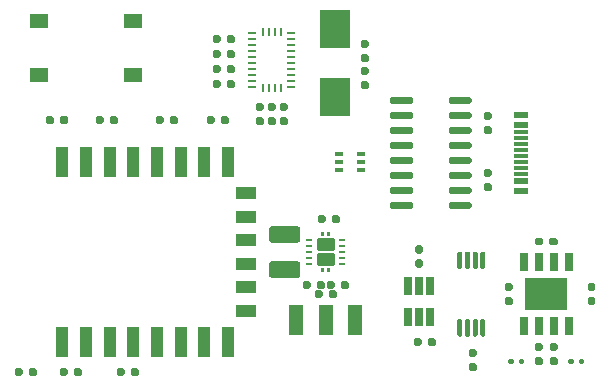
<source format=gtp>
%TF.GenerationSoftware,KiCad,Pcbnew,(5.1.10)-1*%
%TF.CreationDate,2021-12-12T00:52:53+01:00*%
%TF.ProjectId,tracker,74726163-6b65-4722-9e6b-696361645f70,rev?*%
%TF.SameCoordinates,Original*%
%TF.FileFunction,Paste,Top*%
%TF.FilePolarity,Positive*%
%FSLAX46Y46*%
G04 Gerber Fmt 4.6, Leading zero omitted, Abs format (unit mm)*
G04 Created by KiCad (PCBNEW (5.1.10)-1) date 2021-12-12 00:52:53*
%MOMM*%
%LPD*%
G01*
G04 APERTURE LIST*
%ADD10R,1.160000X0.300000*%
%ADD11R,1.160000X0.600000*%
%ADD12R,0.650000X0.400000*%
%ADD13R,1.550000X1.300000*%
%ADD14R,1.250000X2.500000*%
%ADD15R,0.254000X0.675000*%
%ADD16R,0.675000X0.254000*%
%ADD17R,0.650000X1.560000*%
%ADD18R,1.000000X2.500000*%
%ADD19R,1.800000X1.000000*%
%ADD20R,0.600000X0.240000*%
%ADD21R,2.500000X3.325000*%
%ADD22R,0.650000X1.500000*%
%ADD23R,3.600000X2.700000*%
G04 APERTURE END LIST*
%TO.C,R20*%
G36*
G01*
X146064000Y-79088000D02*
X146064000Y-79408000D01*
G75*
G02*
X145904000Y-79568000I-160000J0D01*
G01*
X145509000Y-79568000D01*
G75*
G02*
X145349000Y-79408000I0J160000D01*
G01*
X145349000Y-79088000D01*
G75*
G02*
X145509000Y-78928000I160000J0D01*
G01*
X145904000Y-78928000D01*
G75*
G02*
X146064000Y-79088000I0J-160000D01*
G01*
G37*
G36*
G01*
X147259000Y-79088000D02*
X147259000Y-79408000D01*
G75*
G02*
X147099000Y-79568000I-160000J0D01*
G01*
X146704000Y-79568000D01*
G75*
G02*
X146544000Y-79408000I0J160000D01*
G01*
X146544000Y-79088000D01*
G75*
G02*
X146704000Y-78928000I160000J0D01*
G01*
X147099000Y-78928000D01*
G75*
G02*
X147259000Y-79088000I0J-160000D01*
G01*
G37*
%TD*%
%TO.C,R19*%
G36*
G01*
X151624000Y-79408000D02*
X151624000Y-79088000D01*
G75*
G02*
X151784000Y-78928000I160000J0D01*
G01*
X152179000Y-78928000D01*
G75*
G02*
X152339000Y-79088000I0J-160000D01*
G01*
X152339000Y-79408000D01*
G75*
G02*
X152179000Y-79568000I-160000J0D01*
G01*
X151784000Y-79568000D01*
G75*
G02*
X151624000Y-79408000I0J160000D01*
G01*
G37*
G36*
G01*
X150429000Y-79408000D02*
X150429000Y-79088000D01*
G75*
G02*
X150589000Y-78928000I160000J0D01*
G01*
X150984000Y-78928000D01*
G75*
G02*
X151144000Y-79088000I0J-160000D01*
G01*
X151144000Y-79408000D01*
G75*
G02*
X150984000Y-79568000I-160000J0D01*
G01*
X150589000Y-79568000D01*
G75*
G02*
X150429000Y-79408000I0J160000D01*
G01*
G37*
%TD*%
%TO.C,R18*%
G36*
G01*
X141846500Y-79088000D02*
X141846500Y-79408000D01*
G75*
G02*
X141686500Y-79568000I-160000J0D01*
G01*
X141291500Y-79568000D01*
G75*
G02*
X141131500Y-79408000I0J160000D01*
G01*
X141131500Y-79088000D01*
G75*
G02*
X141291500Y-78928000I160000J0D01*
G01*
X141686500Y-78928000D01*
G75*
G02*
X141846500Y-79088000I0J-160000D01*
G01*
G37*
G36*
G01*
X143041500Y-79088000D02*
X143041500Y-79408000D01*
G75*
G02*
X142881500Y-79568000I-160000J0D01*
G01*
X142486500Y-79568000D01*
G75*
G02*
X142326500Y-79408000I0J160000D01*
G01*
X142326500Y-79088000D01*
G75*
G02*
X142486500Y-78928000I160000J0D01*
G01*
X142881500Y-78928000D01*
G75*
G02*
X143041500Y-79088000I0J-160000D01*
G01*
G37*
%TD*%
%TO.C,R17*%
G36*
G01*
X155942000Y-79408000D02*
X155942000Y-79088000D01*
G75*
G02*
X156102000Y-78928000I160000J0D01*
G01*
X156497000Y-78928000D01*
G75*
G02*
X156657000Y-79088000I0J-160000D01*
G01*
X156657000Y-79408000D01*
G75*
G02*
X156497000Y-79568000I-160000J0D01*
G01*
X156102000Y-79568000D01*
G75*
G02*
X155942000Y-79408000I0J160000D01*
G01*
G37*
G36*
G01*
X154747000Y-79408000D02*
X154747000Y-79088000D01*
G75*
G02*
X154907000Y-78928000I160000J0D01*
G01*
X155302000Y-78928000D01*
G75*
G02*
X155462000Y-79088000I0J-160000D01*
G01*
X155462000Y-79408000D01*
G75*
G02*
X155302000Y-79568000I-160000J0D01*
G01*
X154907000Y-79568000D01*
G75*
G02*
X154747000Y-79408000I0J160000D01*
G01*
G37*
%TD*%
%TO.C,R16*%
G36*
G01*
X164606000Y-93820000D02*
X164606000Y-94140000D01*
G75*
G02*
X164446000Y-94300000I-160000J0D01*
G01*
X164051000Y-94300000D01*
G75*
G02*
X163891000Y-94140000I0J160000D01*
G01*
X163891000Y-93820000D01*
G75*
G02*
X164051000Y-93660000I160000J0D01*
G01*
X164446000Y-93660000D01*
G75*
G02*
X164606000Y-93820000I0J-160000D01*
G01*
G37*
G36*
G01*
X165801000Y-93820000D02*
X165801000Y-94140000D01*
G75*
G02*
X165641000Y-94300000I-160000J0D01*
G01*
X165246000Y-94300000D01*
G75*
G02*
X165086000Y-94140000I0J160000D01*
G01*
X165086000Y-93820000D01*
G75*
G02*
X165246000Y-93660000I160000J0D01*
G01*
X165641000Y-93660000D01*
G75*
G02*
X165801000Y-93820000I0J-160000D01*
G01*
G37*
%TD*%
%TO.C,R15*%
G36*
G01*
X148322000Y-100744000D02*
X148322000Y-100424000D01*
G75*
G02*
X148482000Y-100264000I160000J0D01*
G01*
X148877000Y-100264000D01*
G75*
G02*
X149037000Y-100424000I0J-160000D01*
G01*
X149037000Y-100744000D01*
G75*
G02*
X148877000Y-100904000I-160000J0D01*
G01*
X148482000Y-100904000D01*
G75*
G02*
X148322000Y-100744000I0J160000D01*
G01*
G37*
G36*
G01*
X147127000Y-100744000D02*
X147127000Y-100424000D01*
G75*
G02*
X147287000Y-100264000I160000J0D01*
G01*
X147682000Y-100264000D01*
G75*
G02*
X147842000Y-100424000I0J-160000D01*
G01*
X147842000Y-100744000D01*
G75*
G02*
X147682000Y-100904000I-160000J0D01*
G01*
X147287000Y-100904000D01*
G75*
G02*
X147127000Y-100744000I0J160000D01*
G01*
G37*
%TD*%
%TO.C,R14*%
G36*
G01*
X143016000Y-100424000D02*
X143016000Y-100744000D01*
G75*
G02*
X142856000Y-100904000I-160000J0D01*
G01*
X142461000Y-100904000D01*
G75*
G02*
X142301000Y-100744000I0J160000D01*
G01*
X142301000Y-100424000D01*
G75*
G02*
X142461000Y-100264000I160000J0D01*
G01*
X142856000Y-100264000D01*
G75*
G02*
X143016000Y-100424000I0J-160000D01*
G01*
G37*
G36*
G01*
X144211000Y-100424000D02*
X144211000Y-100744000D01*
G75*
G02*
X144051000Y-100904000I-160000J0D01*
G01*
X143656000Y-100904000D01*
G75*
G02*
X143496000Y-100744000I0J160000D01*
G01*
X143496000Y-100424000D01*
G75*
G02*
X143656000Y-100264000I160000J0D01*
G01*
X144051000Y-100264000D01*
G75*
G02*
X144211000Y-100424000I0J-160000D01*
G01*
G37*
%TD*%
%TO.C,R13*%
G36*
G01*
X177452000Y-99328000D02*
X177132000Y-99328000D01*
G75*
G02*
X176972000Y-99168000I0J160000D01*
G01*
X176972000Y-98773000D01*
G75*
G02*
X177132000Y-98613000I160000J0D01*
G01*
X177452000Y-98613000D01*
G75*
G02*
X177612000Y-98773000I0J-160000D01*
G01*
X177612000Y-99168000D01*
G75*
G02*
X177452000Y-99328000I-160000J0D01*
G01*
G37*
G36*
G01*
X177452000Y-100523000D02*
X177132000Y-100523000D01*
G75*
G02*
X176972000Y-100363000I0J160000D01*
G01*
X176972000Y-99968000D01*
G75*
G02*
X177132000Y-99808000I160000J0D01*
G01*
X177452000Y-99808000D01*
G75*
G02*
X177612000Y-99968000I0J-160000D01*
G01*
X177612000Y-100363000D01*
G75*
G02*
X177452000Y-100523000I-160000J0D01*
G01*
G37*
%TD*%
%TO.C,R12*%
G36*
G01*
X172560000Y-91045000D02*
X172880000Y-91045000D01*
G75*
G02*
X173040000Y-91205000I0J-160000D01*
G01*
X173040000Y-91600000D01*
G75*
G02*
X172880000Y-91760000I-160000J0D01*
G01*
X172560000Y-91760000D01*
G75*
G02*
X172400000Y-91600000I0J160000D01*
G01*
X172400000Y-91205000D01*
G75*
G02*
X172560000Y-91045000I160000J0D01*
G01*
G37*
G36*
G01*
X172560000Y-89850000D02*
X172880000Y-89850000D01*
G75*
G02*
X173040000Y-90010000I0J-160000D01*
G01*
X173040000Y-90405000D01*
G75*
G02*
X172880000Y-90565000I-160000J0D01*
G01*
X172560000Y-90565000D01*
G75*
G02*
X172400000Y-90405000I0J160000D01*
G01*
X172400000Y-90010000D01*
G75*
G02*
X172560000Y-89850000I160000J0D01*
G01*
G37*
%TD*%
%TO.C,R11*%
G36*
G01*
X156450000Y-72550000D02*
X156450000Y-72230000D01*
G75*
G02*
X156610000Y-72070000I160000J0D01*
G01*
X157005000Y-72070000D01*
G75*
G02*
X157165000Y-72230000I0J-160000D01*
G01*
X157165000Y-72550000D01*
G75*
G02*
X157005000Y-72710000I-160000J0D01*
G01*
X156610000Y-72710000D01*
G75*
G02*
X156450000Y-72550000I0J160000D01*
G01*
G37*
G36*
G01*
X155255000Y-72550000D02*
X155255000Y-72230000D01*
G75*
G02*
X155415000Y-72070000I160000J0D01*
G01*
X155810000Y-72070000D01*
G75*
G02*
X155970000Y-72230000I0J-160000D01*
G01*
X155970000Y-72550000D01*
G75*
G02*
X155810000Y-72710000I-160000J0D01*
G01*
X155415000Y-72710000D01*
G75*
G02*
X155255000Y-72550000I0J160000D01*
G01*
G37*
%TD*%
%TO.C,R10*%
G36*
G01*
X156450000Y-73820000D02*
X156450000Y-73500000D01*
G75*
G02*
X156610000Y-73340000I160000J0D01*
G01*
X157005000Y-73340000D01*
G75*
G02*
X157165000Y-73500000I0J-160000D01*
G01*
X157165000Y-73820000D01*
G75*
G02*
X157005000Y-73980000I-160000J0D01*
G01*
X156610000Y-73980000D01*
G75*
G02*
X156450000Y-73820000I0J160000D01*
G01*
G37*
G36*
G01*
X155255000Y-73820000D02*
X155255000Y-73500000D01*
G75*
G02*
X155415000Y-73340000I160000J0D01*
G01*
X155810000Y-73340000D01*
G75*
G02*
X155970000Y-73500000I0J-160000D01*
G01*
X155970000Y-73820000D01*
G75*
G02*
X155810000Y-73980000I-160000J0D01*
G01*
X155415000Y-73980000D01*
G75*
G02*
X155255000Y-73820000I0J160000D01*
G01*
G37*
%TD*%
%TO.C,R9*%
G36*
G01*
X183755000Y-89695000D02*
X183755000Y-89375000D01*
G75*
G02*
X183915000Y-89215000I160000J0D01*
G01*
X184310000Y-89215000D01*
G75*
G02*
X184470000Y-89375000I0J-160000D01*
G01*
X184470000Y-89695000D01*
G75*
G02*
X184310000Y-89855000I-160000J0D01*
G01*
X183915000Y-89855000D01*
G75*
G02*
X183755000Y-89695000I0J160000D01*
G01*
G37*
G36*
G01*
X182560000Y-89695000D02*
X182560000Y-89375000D01*
G75*
G02*
X182720000Y-89215000I160000J0D01*
G01*
X183115000Y-89215000D01*
G75*
G02*
X183275000Y-89375000I0J-160000D01*
G01*
X183275000Y-89695000D01*
G75*
G02*
X183115000Y-89855000I-160000J0D01*
G01*
X182720000Y-89855000D01*
G75*
G02*
X182560000Y-89695000I0J160000D01*
G01*
G37*
%TD*%
%TO.C,R8*%
G36*
G01*
X178402000Y-79742000D02*
X178722000Y-79742000D01*
G75*
G02*
X178882000Y-79902000I0J-160000D01*
G01*
X178882000Y-80297000D01*
G75*
G02*
X178722000Y-80457000I-160000J0D01*
G01*
X178402000Y-80457000D01*
G75*
G02*
X178242000Y-80297000I0J160000D01*
G01*
X178242000Y-79902000D01*
G75*
G02*
X178402000Y-79742000I160000J0D01*
G01*
G37*
G36*
G01*
X178402000Y-78547000D02*
X178722000Y-78547000D01*
G75*
G02*
X178882000Y-78707000I0J-160000D01*
G01*
X178882000Y-79102000D01*
G75*
G02*
X178722000Y-79262000I-160000J0D01*
G01*
X178402000Y-79262000D01*
G75*
G02*
X178242000Y-79102000I0J160000D01*
G01*
X178242000Y-78707000D01*
G75*
G02*
X178402000Y-78547000I160000J0D01*
G01*
G37*
%TD*%
%TO.C,R7*%
G36*
G01*
X178722000Y-84088000D02*
X178402000Y-84088000D01*
G75*
G02*
X178242000Y-83928000I0J160000D01*
G01*
X178242000Y-83533000D01*
G75*
G02*
X178402000Y-83373000I160000J0D01*
G01*
X178722000Y-83373000D01*
G75*
G02*
X178882000Y-83533000I0J-160000D01*
G01*
X178882000Y-83928000D01*
G75*
G02*
X178722000Y-84088000I-160000J0D01*
G01*
G37*
G36*
G01*
X178722000Y-85283000D02*
X178402000Y-85283000D01*
G75*
G02*
X178242000Y-85123000I0J160000D01*
G01*
X178242000Y-84728000D01*
G75*
G02*
X178402000Y-84568000I160000J0D01*
G01*
X178722000Y-84568000D01*
G75*
G02*
X178882000Y-84728000I0J-160000D01*
G01*
X178882000Y-85123000D01*
G75*
G02*
X178722000Y-85283000I-160000J0D01*
G01*
G37*
%TD*%
%TO.C,R6*%
G36*
G01*
X159098000Y-78980000D02*
X159418000Y-78980000D01*
G75*
G02*
X159578000Y-79140000I0J-160000D01*
G01*
X159578000Y-79535000D01*
G75*
G02*
X159418000Y-79695000I-160000J0D01*
G01*
X159098000Y-79695000D01*
G75*
G02*
X158938000Y-79535000I0J160000D01*
G01*
X158938000Y-79140000D01*
G75*
G02*
X159098000Y-78980000I160000J0D01*
G01*
G37*
G36*
G01*
X159098000Y-77785000D02*
X159418000Y-77785000D01*
G75*
G02*
X159578000Y-77945000I0J-160000D01*
G01*
X159578000Y-78340000D01*
G75*
G02*
X159418000Y-78500000I-160000J0D01*
G01*
X159098000Y-78500000D01*
G75*
G02*
X158938000Y-78340000I0J160000D01*
G01*
X158938000Y-77945000D01*
G75*
G02*
X159098000Y-77785000I160000J0D01*
G01*
G37*
%TD*%
%TO.C,R5*%
G36*
G01*
X155970000Y-76040000D02*
X155970000Y-76360000D01*
G75*
G02*
X155810000Y-76520000I-160000J0D01*
G01*
X155415000Y-76520000D01*
G75*
G02*
X155255000Y-76360000I0J160000D01*
G01*
X155255000Y-76040000D01*
G75*
G02*
X155415000Y-75880000I160000J0D01*
G01*
X155810000Y-75880000D01*
G75*
G02*
X155970000Y-76040000I0J-160000D01*
G01*
G37*
G36*
G01*
X157165000Y-76040000D02*
X157165000Y-76360000D01*
G75*
G02*
X157005000Y-76520000I-160000J0D01*
G01*
X156610000Y-76520000D01*
G75*
G02*
X156450000Y-76360000I0J160000D01*
G01*
X156450000Y-76040000D01*
G75*
G02*
X156610000Y-75880000I160000J0D01*
G01*
X157005000Y-75880000D01*
G75*
G02*
X157165000Y-76040000I0J-160000D01*
G01*
G37*
%TD*%
%TO.C,R4*%
G36*
G01*
X182720000Y-99300000D02*
X183040000Y-99300000D01*
G75*
G02*
X183200000Y-99460000I0J-160000D01*
G01*
X183200000Y-99855000D01*
G75*
G02*
X183040000Y-100015000I-160000J0D01*
G01*
X182720000Y-100015000D01*
G75*
G02*
X182560000Y-99855000I0J160000D01*
G01*
X182560000Y-99460000D01*
G75*
G02*
X182720000Y-99300000I160000J0D01*
G01*
G37*
G36*
G01*
X182720000Y-98105000D02*
X183040000Y-98105000D01*
G75*
G02*
X183200000Y-98265000I0J-160000D01*
G01*
X183200000Y-98660000D01*
G75*
G02*
X183040000Y-98820000I-160000J0D01*
G01*
X182720000Y-98820000D01*
G75*
G02*
X182560000Y-98660000I0J160000D01*
G01*
X182560000Y-98265000D01*
G75*
G02*
X182720000Y-98105000I160000J0D01*
G01*
G37*
%TD*%
%TO.C,R3*%
G36*
G01*
X183990000Y-99300000D02*
X184310000Y-99300000D01*
G75*
G02*
X184470000Y-99460000I0J-160000D01*
G01*
X184470000Y-99855000D01*
G75*
G02*
X184310000Y-100015000I-160000J0D01*
G01*
X183990000Y-100015000D01*
G75*
G02*
X183830000Y-99855000I0J160000D01*
G01*
X183830000Y-99460000D01*
G75*
G02*
X183990000Y-99300000I160000J0D01*
G01*
G37*
G36*
G01*
X183990000Y-98105000D02*
X184310000Y-98105000D01*
G75*
G02*
X184470000Y-98265000I0J-160000D01*
G01*
X184470000Y-98660000D01*
G75*
G02*
X184310000Y-98820000I-160000J0D01*
G01*
X183990000Y-98820000D01*
G75*
G02*
X183830000Y-98660000I0J160000D01*
G01*
X183830000Y-98265000D01*
G75*
G02*
X183990000Y-98105000I160000J0D01*
G01*
G37*
%TD*%
%TO.C,R2*%
G36*
G01*
X161450000Y-78500000D02*
X161130000Y-78500000D01*
G75*
G02*
X160970000Y-78340000I0J160000D01*
G01*
X160970000Y-77945000D01*
G75*
G02*
X161130000Y-77785000I160000J0D01*
G01*
X161450000Y-77785000D01*
G75*
G02*
X161610000Y-77945000I0J-160000D01*
G01*
X161610000Y-78340000D01*
G75*
G02*
X161450000Y-78500000I-160000J0D01*
G01*
G37*
G36*
G01*
X161450000Y-79695000D02*
X161130000Y-79695000D01*
G75*
G02*
X160970000Y-79535000I0J160000D01*
G01*
X160970000Y-79140000D01*
G75*
G02*
X161130000Y-78980000I160000J0D01*
G01*
X161450000Y-78980000D01*
G75*
G02*
X161610000Y-79140000I0J-160000D01*
G01*
X161610000Y-79535000D01*
G75*
G02*
X161450000Y-79695000I-160000J0D01*
G01*
G37*
%TD*%
%TO.C,R1*%
G36*
G01*
X160434000Y-78500000D02*
X160114000Y-78500000D01*
G75*
G02*
X159954000Y-78340000I0J160000D01*
G01*
X159954000Y-77945000D01*
G75*
G02*
X160114000Y-77785000I160000J0D01*
G01*
X160434000Y-77785000D01*
G75*
G02*
X160594000Y-77945000I0J-160000D01*
G01*
X160594000Y-78340000D01*
G75*
G02*
X160434000Y-78500000I-160000J0D01*
G01*
G37*
G36*
G01*
X160434000Y-79695000D02*
X160114000Y-79695000D01*
G75*
G02*
X159954000Y-79535000I0J160000D01*
G01*
X159954000Y-79140000D01*
G75*
G02*
X160114000Y-78980000I160000J0D01*
G01*
X160434000Y-78980000D01*
G75*
G02*
X160594000Y-79140000I0J-160000D01*
G01*
X160594000Y-79535000D01*
G75*
G02*
X160434000Y-79695000I-160000J0D01*
G01*
G37*
%TD*%
%TO.C,C10*%
G36*
G01*
X164860000Y-87470000D02*
X164860000Y-87790000D01*
G75*
G02*
X164700000Y-87950000I-160000J0D01*
G01*
X164305000Y-87950000D01*
G75*
G02*
X164145000Y-87790000I0J160000D01*
G01*
X164145000Y-87470000D01*
G75*
G02*
X164305000Y-87310000I160000J0D01*
G01*
X164700000Y-87310000D01*
G75*
G02*
X164860000Y-87470000I0J-160000D01*
G01*
G37*
G36*
G01*
X166055000Y-87470000D02*
X166055000Y-87790000D01*
G75*
G02*
X165895000Y-87950000I-160000J0D01*
G01*
X165500000Y-87950000D01*
G75*
G02*
X165340000Y-87790000I0J160000D01*
G01*
X165340000Y-87470000D01*
G75*
G02*
X165500000Y-87310000I160000J0D01*
G01*
X165895000Y-87310000D01*
G75*
G02*
X166055000Y-87470000I0J-160000D01*
G01*
G37*
%TD*%
%TO.C,C9*%
G36*
G01*
X166102000Y-93378000D02*
X166102000Y-93058000D01*
G75*
G02*
X166262000Y-92898000I160000J0D01*
G01*
X166657000Y-92898000D01*
G75*
G02*
X166817000Y-93058000I0J-160000D01*
G01*
X166817000Y-93378000D01*
G75*
G02*
X166657000Y-93538000I-160000J0D01*
G01*
X166262000Y-93538000D01*
G75*
G02*
X166102000Y-93378000I0J160000D01*
G01*
G37*
G36*
G01*
X164907000Y-93378000D02*
X164907000Y-93058000D01*
G75*
G02*
X165067000Y-92898000I160000J0D01*
G01*
X165462000Y-92898000D01*
G75*
G02*
X165622000Y-93058000I0J-160000D01*
G01*
X165622000Y-93378000D01*
G75*
G02*
X165462000Y-93538000I-160000J0D01*
G01*
X165067000Y-93538000D01*
G75*
G02*
X164907000Y-93378000I0J160000D01*
G01*
G37*
%TD*%
%TO.C,C8*%
G36*
G01*
X163590000Y-93058000D02*
X163590000Y-93378000D01*
G75*
G02*
X163430000Y-93538000I-160000J0D01*
G01*
X163035000Y-93538000D01*
G75*
G02*
X162875000Y-93378000I0J160000D01*
G01*
X162875000Y-93058000D01*
G75*
G02*
X163035000Y-92898000I160000J0D01*
G01*
X163430000Y-92898000D01*
G75*
G02*
X163590000Y-93058000I0J-160000D01*
G01*
G37*
G36*
G01*
X164785000Y-93058000D02*
X164785000Y-93378000D01*
G75*
G02*
X164625000Y-93538000I-160000J0D01*
G01*
X164230000Y-93538000D01*
G75*
G02*
X164070000Y-93378000I0J160000D01*
G01*
X164070000Y-93058000D01*
G75*
G02*
X164230000Y-92898000I160000J0D01*
G01*
X164625000Y-92898000D01*
G75*
G02*
X164785000Y-93058000I0J-160000D01*
G01*
G37*
%TD*%
%TO.C,C7*%
G36*
G01*
X139206000Y-100424000D02*
X139206000Y-100744000D01*
G75*
G02*
X139046000Y-100904000I-160000J0D01*
G01*
X138651000Y-100904000D01*
G75*
G02*
X138491000Y-100744000I0J160000D01*
G01*
X138491000Y-100424000D01*
G75*
G02*
X138651000Y-100264000I160000J0D01*
G01*
X139046000Y-100264000D01*
G75*
G02*
X139206000Y-100424000I0J-160000D01*
G01*
G37*
G36*
G01*
X140401000Y-100424000D02*
X140401000Y-100744000D01*
G75*
G02*
X140241000Y-100904000I-160000J0D01*
G01*
X139846000Y-100904000D01*
G75*
G02*
X139686000Y-100744000I0J160000D01*
G01*
X139686000Y-100424000D01*
G75*
G02*
X139846000Y-100264000I160000J0D01*
G01*
X140241000Y-100264000D01*
G75*
G02*
X140401000Y-100424000I0J-160000D01*
G01*
G37*
%TD*%
%TO.C,C6*%
G36*
G01*
X173468000Y-98204000D02*
X173468000Y-97884000D01*
G75*
G02*
X173628000Y-97724000I160000J0D01*
G01*
X174023000Y-97724000D01*
G75*
G02*
X174183000Y-97884000I0J-160000D01*
G01*
X174183000Y-98204000D01*
G75*
G02*
X174023000Y-98364000I-160000J0D01*
G01*
X173628000Y-98364000D01*
G75*
G02*
X173468000Y-98204000I0J160000D01*
G01*
G37*
G36*
G01*
X172273000Y-98204000D02*
X172273000Y-97884000D01*
G75*
G02*
X172433000Y-97724000I160000J0D01*
G01*
X172828000Y-97724000D01*
G75*
G02*
X172988000Y-97884000I0J-160000D01*
G01*
X172988000Y-98204000D01*
G75*
G02*
X172828000Y-98364000I-160000J0D01*
G01*
X172433000Y-98364000D01*
G75*
G02*
X172273000Y-98204000I0J160000D01*
G01*
G37*
%TD*%
%TO.C,C5*%
G36*
G01*
X168308000Y-73166000D02*
X167988000Y-73166000D01*
G75*
G02*
X167828000Y-73006000I0J160000D01*
G01*
X167828000Y-72611000D01*
G75*
G02*
X167988000Y-72451000I160000J0D01*
G01*
X168308000Y-72451000D01*
G75*
G02*
X168468000Y-72611000I0J-160000D01*
G01*
X168468000Y-73006000D01*
G75*
G02*
X168308000Y-73166000I-160000J0D01*
G01*
G37*
G36*
G01*
X168308000Y-74361000D02*
X167988000Y-74361000D01*
G75*
G02*
X167828000Y-74201000I0J160000D01*
G01*
X167828000Y-73806000D01*
G75*
G02*
X167988000Y-73646000I160000J0D01*
G01*
X168308000Y-73646000D01*
G75*
G02*
X168468000Y-73806000I0J-160000D01*
G01*
X168468000Y-74201000D01*
G75*
G02*
X168308000Y-74361000I-160000J0D01*
G01*
G37*
%TD*%
%TO.C,C4*%
G36*
G01*
X167988000Y-75932000D02*
X168308000Y-75932000D01*
G75*
G02*
X168468000Y-76092000I0J-160000D01*
G01*
X168468000Y-76487000D01*
G75*
G02*
X168308000Y-76647000I-160000J0D01*
G01*
X167988000Y-76647000D01*
G75*
G02*
X167828000Y-76487000I0J160000D01*
G01*
X167828000Y-76092000D01*
G75*
G02*
X167988000Y-75932000I160000J0D01*
G01*
G37*
G36*
G01*
X167988000Y-74737000D02*
X168308000Y-74737000D01*
G75*
G02*
X168468000Y-74897000I0J-160000D01*
G01*
X168468000Y-75292000D01*
G75*
G02*
X168308000Y-75452000I-160000J0D01*
G01*
X167988000Y-75452000D01*
G75*
G02*
X167828000Y-75292000I0J160000D01*
G01*
X167828000Y-74897000D01*
G75*
G02*
X167988000Y-74737000I160000J0D01*
G01*
G37*
%TD*%
%TO.C,C3*%
G36*
G01*
X180500000Y-93740000D02*
X180180000Y-93740000D01*
G75*
G02*
X180020000Y-93580000I0J160000D01*
G01*
X180020000Y-93185000D01*
G75*
G02*
X180180000Y-93025000I160000J0D01*
G01*
X180500000Y-93025000D01*
G75*
G02*
X180660000Y-93185000I0J-160000D01*
G01*
X180660000Y-93580000D01*
G75*
G02*
X180500000Y-93740000I-160000J0D01*
G01*
G37*
G36*
G01*
X180500000Y-94935000D02*
X180180000Y-94935000D01*
G75*
G02*
X180020000Y-94775000I0J160000D01*
G01*
X180020000Y-94380000D01*
G75*
G02*
X180180000Y-94220000I160000J0D01*
G01*
X180500000Y-94220000D01*
G75*
G02*
X180660000Y-94380000I0J-160000D01*
G01*
X180660000Y-94775000D01*
G75*
G02*
X180500000Y-94935000I-160000J0D01*
G01*
G37*
%TD*%
%TO.C,C2*%
G36*
G01*
X156450000Y-75090000D02*
X156450000Y-74770000D01*
G75*
G02*
X156610000Y-74610000I160000J0D01*
G01*
X157005000Y-74610000D01*
G75*
G02*
X157165000Y-74770000I0J-160000D01*
G01*
X157165000Y-75090000D01*
G75*
G02*
X157005000Y-75250000I-160000J0D01*
G01*
X156610000Y-75250000D01*
G75*
G02*
X156450000Y-75090000I0J160000D01*
G01*
G37*
G36*
G01*
X155255000Y-75090000D02*
X155255000Y-74770000D01*
G75*
G02*
X155415000Y-74610000I160000J0D01*
G01*
X155810000Y-74610000D01*
G75*
G02*
X155970000Y-74770000I0J-160000D01*
G01*
X155970000Y-75090000D01*
G75*
G02*
X155810000Y-75250000I-160000J0D01*
G01*
X155415000Y-75250000D01*
G75*
G02*
X155255000Y-75090000I0J160000D01*
G01*
G37*
%TD*%
%TO.C,C1*%
G36*
G01*
X187485000Y-93740000D02*
X187165000Y-93740000D01*
G75*
G02*
X187005000Y-93580000I0J160000D01*
G01*
X187005000Y-93185000D01*
G75*
G02*
X187165000Y-93025000I160000J0D01*
G01*
X187485000Y-93025000D01*
G75*
G02*
X187645000Y-93185000I0J-160000D01*
G01*
X187645000Y-93580000D01*
G75*
G02*
X187485000Y-93740000I-160000J0D01*
G01*
G37*
G36*
G01*
X187485000Y-94935000D02*
X187165000Y-94935000D01*
G75*
G02*
X187005000Y-94775000I0J160000D01*
G01*
X187005000Y-94380000D01*
G75*
G02*
X187165000Y-94220000I160000J0D01*
G01*
X187485000Y-94220000D01*
G75*
G02*
X187645000Y-94380000I0J-160000D01*
G01*
X187645000Y-94775000D01*
G75*
G02*
X187485000Y-94935000I-160000J0D01*
G01*
G37*
%TD*%
%TO.C,L1*%
G36*
G01*
X162428500Y-89649000D02*
X160278500Y-89649000D01*
G75*
G02*
X160028500Y-89399000I0J250000D01*
G01*
X160028500Y-88474000D01*
G75*
G02*
X160278500Y-88224000I250000J0D01*
G01*
X162428500Y-88224000D01*
G75*
G02*
X162678500Y-88474000I0J-250000D01*
G01*
X162678500Y-89399000D01*
G75*
G02*
X162428500Y-89649000I-250000J0D01*
G01*
G37*
G36*
G01*
X162428500Y-92624000D02*
X160278500Y-92624000D01*
G75*
G02*
X160028500Y-92374000I0J250000D01*
G01*
X160028500Y-91449000D01*
G75*
G02*
X160278500Y-91199000I250000J0D01*
G01*
X162428500Y-91199000D01*
G75*
G02*
X162678500Y-91449000I0J-250000D01*
G01*
X162678500Y-92374000D01*
G75*
G02*
X162428500Y-92624000I-250000J0D01*
G01*
G37*
%TD*%
%TO.C,D1*%
G36*
G01*
X185393500Y-99785000D02*
X185393500Y-99605000D01*
G75*
G02*
X185483500Y-99515000I90000J0D01*
G01*
X185761500Y-99515000D01*
G75*
G02*
X185851500Y-99605000I0J-90000D01*
G01*
X185851500Y-99785000D01*
G75*
G02*
X185761500Y-99875000I-90000J0D01*
G01*
X185483500Y-99875000D01*
G75*
G02*
X185393500Y-99785000I0J90000D01*
G01*
G37*
G36*
G01*
X186258500Y-99785000D02*
X186258500Y-99605000D01*
G75*
G02*
X186348500Y-99515000I90000J0D01*
G01*
X186626500Y-99515000D01*
G75*
G02*
X186716500Y-99605000I0J-90000D01*
G01*
X186716500Y-99785000D01*
G75*
G02*
X186626500Y-99875000I-90000J0D01*
G01*
X186348500Y-99875000D01*
G75*
G02*
X186258500Y-99785000I0J90000D01*
G01*
G37*
%TD*%
%TO.C,D2*%
G36*
G01*
X180771500Y-99605000D02*
X180771500Y-99785000D01*
G75*
G02*
X180681500Y-99875000I-90000J0D01*
G01*
X180403500Y-99875000D01*
G75*
G02*
X180313500Y-99785000I0J90000D01*
G01*
X180313500Y-99605000D01*
G75*
G02*
X180403500Y-99515000I90000J0D01*
G01*
X180681500Y-99515000D01*
G75*
G02*
X180771500Y-99605000I0J-90000D01*
G01*
G37*
G36*
G01*
X181636500Y-99605000D02*
X181636500Y-99785000D01*
G75*
G02*
X181546500Y-99875000I-90000J0D01*
G01*
X181268500Y-99875000D01*
G75*
G02*
X181178500Y-99785000I0J90000D01*
G01*
X181178500Y-99605000D01*
G75*
G02*
X181268500Y-99515000I90000J0D01*
G01*
X181546500Y-99515000D01*
G75*
G02*
X181636500Y-99605000I0J-90000D01*
G01*
G37*
%TD*%
D10*
%TO.C,J1*%
X181386000Y-82792000D03*
X181386000Y-82292000D03*
X181386000Y-81792000D03*
X181386000Y-83792000D03*
X181386000Y-83292000D03*
X181386000Y-80792000D03*
X181386000Y-81292000D03*
X181386000Y-80292000D03*
D11*
X181386000Y-84442000D03*
X181386000Y-84442000D03*
X181386000Y-85242000D03*
X181386000Y-85242000D03*
X181386000Y-79642000D03*
X181386000Y-78842000D03*
X181386000Y-79642000D03*
X181386000Y-78842000D03*
%TD*%
D12*
%TO.C,Q1*%
X165928000Y-82154000D03*
X165928000Y-83454000D03*
X167828000Y-82804000D03*
X165928000Y-82804000D03*
X167828000Y-83454000D03*
X167828000Y-82154000D03*
%TD*%
D13*
%TO.C,SW1*%
X140551000Y-75402000D03*
X140551000Y-70902000D03*
X148501000Y-70902000D03*
X148501000Y-75402000D03*
%TD*%
D14*
%TO.C,SW2*%
X162346000Y-96183000D03*
X164846000Y-96183000D03*
X167346000Y-96183000D03*
%TD*%
D15*
%TO.C,U2*%
X161024000Y-76555500D03*
D16*
X158611500Y-71918000D03*
D15*
X161024000Y-71780500D03*
D16*
X161936500Y-71918000D03*
D15*
X160524000Y-71780500D03*
X160024000Y-71780500D03*
X159524000Y-71780500D03*
D16*
X161936500Y-72418000D03*
X161936500Y-72918000D03*
X161936500Y-73418000D03*
X161936500Y-73918000D03*
X161936500Y-74418000D03*
X161936500Y-74918000D03*
X161936500Y-75418000D03*
X161936500Y-75918000D03*
X161936500Y-76418000D03*
X158611500Y-72418000D03*
X158611500Y-72918000D03*
X158611500Y-73418000D03*
X158611500Y-73918000D03*
X158611500Y-74418000D03*
X158611500Y-74918000D03*
X158611500Y-75418000D03*
X158611500Y-75918000D03*
X158611500Y-76418000D03*
D15*
X160524000Y-76555500D03*
X160024000Y-76555500D03*
X159524000Y-76555500D03*
%TD*%
%TO.C,U3*%
G36*
G01*
X177186000Y-86337000D02*
X177186000Y-86637000D01*
G75*
G02*
X177036000Y-86787000I-150000J0D01*
G01*
X175386000Y-86787000D01*
G75*
G02*
X175236000Y-86637000I0J150000D01*
G01*
X175236000Y-86337000D01*
G75*
G02*
X175386000Y-86187000I150000J0D01*
G01*
X177036000Y-86187000D01*
G75*
G02*
X177186000Y-86337000I0J-150000D01*
G01*
G37*
G36*
G01*
X177186000Y-85067000D02*
X177186000Y-85367000D01*
G75*
G02*
X177036000Y-85517000I-150000J0D01*
G01*
X175386000Y-85517000D01*
G75*
G02*
X175236000Y-85367000I0J150000D01*
G01*
X175236000Y-85067000D01*
G75*
G02*
X175386000Y-84917000I150000J0D01*
G01*
X177036000Y-84917000D01*
G75*
G02*
X177186000Y-85067000I0J-150000D01*
G01*
G37*
G36*
G01*
X177186000Y-83797000D02*
X177186000Y-84097000D01*
G75*
G02*
X177036000Y-84247000I-150000J0D01*
G01*
X175386000Y-84247000D01*
G75*
G02*
X175236000Y-84097000I0J150000D01*
G01*
X175236000Y-83797000D01*
G75*
G02*
X175386000Y-83647000I150000J0D01*
G01*
X177036000Y-83647000D01*
G75*
G02*
X177186000Y-83797000I0J-150000D01*
G01*
G37*
G36*
G01*
X177186000Y-82527000D02*
X177186000Y-82827000D01*
G75*
G02*
X177036000Y-82977000I-150000J0D01*
G01*
X175386000Y-82977000D01*
G75*
G02*
X175236000Y-82827000I0J150000D01*
G01*
X175236000Y-82527000D01*
G75*
G02*
X175386000Y-82377000I150000J0D01*
G01*
X177036000Y-82377000D01*
G75*
G02*
X177186000Y-82527000I0J-150000D01*
G01*
G37*
G36*
G01*
X177186000Y-81257000D02*
X177186000Y-81557000D01*
G75*
G02*
X177036000Y-81707000I-150000J0D01*
G01*
X175386000Y-81707000D01*
G75*
G02*
X175236000Y-81557000I0J150000D01*
G01*
X175236000Y-81257000D01*
G75*
G02*
X175386000Y-81107000I150000J0D01*
G01*
X177036000Y-81107000D01*
G75*
G02*
X177186000Y-81257000I0J-150000D01*
G01*
G37*
G36*
G01*
X177186000Y-79987000D02*
X177186000Y-80287000D01*
G75*
G02*
X177036000Y-80437000I-150000J0D01*
G01*
X175386000Y-80437000D01*
G75*
G02*
X175236000Y-80287000I0J150000D01*
G01*
X175236000Y-79987000D01*
G75*
G02*
X175386000Y-79837000I150000J0D01*
G01*
X177036000Y-79837000D01*
G75*
G02*
X177186000Y-79987000I0J-150000D01*
G01*
G37*
G36*
G01*
X177186000Y-78717000D02*
X177186000Y-79017000D01*
G75*
G02*
X177036000Y-79167000I-150000J0D01*
G01*
X175386000Y-79167000D01*
G75*
G02*
X175236000Y-79017000I0J150000D01*
G01*
X175236000Y-78717000D01*
G75*
G02*
X175386000Y-78567000I150000J0D01*
G01*
X177036000Y-78567000D01*
G75*
G02*
X177186000Y-78717000I0J-150000D01*
G01*
G37*
G36*
G01*
X177186000Y-77447000D02*
X177186000Y-77747000D01*
G75*
G02*
X177036000Y-77897000I-150000J0D01*
G01*
X175386000Y-77897000D01*
G75*
G02*
X175236000Y-77747000I0J150000D01*
G01*
X175236000Y-77447000D01*
G75*
G02*
X175386000Y-77297000I150000J0D01*
G01*
X177036000Y-77297000D01*
G75*
G02*
X177186000Y-77447000I0J-150000D01*
G01*
G37*
G36*
G01*
X172236000Y-77447000D02*
X172236000Y-77747000D01*
G75*
G02*
X172086000Y-77897000I-150000J0D01*
G01*
X170436000Y-77897000D01*
G75*
G02*
X170286000Y-77747000I0J150000D01*
G01*
X170286000Y-77447000D01*
G75*
G02*
X170436000Y-77297000I150000J0D01*
G01*
X172086000Y-77297000D01*
G75*
G02*
X172236000Y-77447000I0J-150000D01*
G01*
G37*
G36*
G01*
X172236000Y-78717000D02*
X172236000Y-79017000D01*
G75*
G02*
X172086000Y-79167000I-150000J0D01*
G01*
X170436000Y-79167000D01*
G75*
G02*
X170286000Y-79017000I0J150000D01*
G01*
X170286000Y-78717000D01*
G75*
G02*
X170436000Y-78567000I150000J0D01*
G01*
X172086000Y-78567000D01*
G75*
G02*
X172236000Y-78717000I0J-150000D01*
G01*
G37*
G36*
G01*
X172236000Y-79987000D02*
X172236000Y-80287000D01*
G75*
G02*
X172086000Y-80437000I-150000J0D01*
G01*
X170436000Y-80437000D01*
G75*
G02*
X170286000Y-80287000I0J150000D01*
G01*
X170286000Y-79987000D01*
G75*
G02*
X170436000Y-79837000I150000J0D01*
G01*
X172086000Y-79837000D01*
G75*
G02*
X172236000Y-79987000I0J-150000D01*
G01*
G37*
G36*
G01*
X172236000Y-81257000D02*
X172236000Y-81557000D01*
G75*
G02*
X172086000Y-81707000I-150000J0D01*
G01*
X170436000Y-81707000D01*
G75*
G02*
X170286000Y-81557000I0J150000D01*
G01*
X170286000Y-81257000D01*
G75*
G02*
X170436000Y-81107000I150000J0D01*
G01*
X172086000Y-81107000D01*
G75*
G02*
X172236000Y-81257000I0J-150000D01*
G01*
G37*
G36*
G01*
X172236000Y-82527000D02*
X172236000Y-82827000D01*
G75*
G02*
X172086000Y-82977000I-150000J0D01*
G01*
X170436000Y-82977000D01*
G75*
G02*
X170286000Y-82827000I0J150000D01*
G01*
X170286000Y-82527000D01*
G75*
G02*
X170436000Y-82377000I150000J0D01*
G01*
X172086000Y-82377000D01*
G75*
G02*
X172236000Y-82527000I0J-150000D01*
G01*
G37*
G36*
G01*
X172236000Y-83797000D02*
X172236000Y-84097000D01*
G75*
G02*
X172086000Y-84247000I-150000J0D01*
G01*
X170436000Y-84247000D01*
G75*
G02*
X170286000Y-84097000I0J150000D01*
G01*
X170286000Y-83797000D01*
G75*
G02*
X170436000Y-83647000I150000J0D01*
G01*
X172086000Y-83647000D01*
G75*
G02*
X172236000Y-83797000I0J-150000D01*
G01*
G37*
G36*
G01*
X172236000Y-85067000D02*
X172236000Y-85367000D01*
G75*
G02*
X172086000Y-85517000I-150000J0D01*
G01*
X170436000Y-85517000D01*
G75*
G02*
X170286000Y-85367000I0J150000D01*
G01*
X170286000Y-85067000D01*
G75*
G02*
X170436000Y-84917000I150000J0D01*
G01*
X172086000Y-84917000D01*
G75*
G02*
X172236000Y-85067000I0J-150000D01*
G01*
G37*
G36*
G01*
X172236000Y-86337000D02*
X172236000Y-86637000D01*
G75*
G02*
X172086000Y-86787000I-150000J0D01*
G01*
X170436000Y-86787000D01*
G75*
G02*
X170286000Y-86637000I0J150000D01*
G01*
X170286000Y-86337000D01*
G75*
G02*
X170436000Y-86187000I150000J0D01*
G01*
X172086000Y-86187000D01*
G75*
G02*
X172236000Y-86337000I0J-150000D01*
G01*
G37*
%TD*%
D17*
%TO.C,U4*%
X173670000Y-93265000D03*
X172720000Y-93265000D03*
X171770000Y-93265000D03*
X171770000Y-95965000D03*
X173670000Y-95965000D03*
X172720000Y-95965000D03*
%TD*%
%TO.C,U5*%
G36*
G01*
X176290000Y-97580000D02*
X176090000Y-97580000D01*
G75*
G02*
X175990000Y-97480000I0J100000D01*
G01*
X175990000Y-96205000D01*
G75*
G02*
X176090000Y-96105000I100000J0D01*
G01*
X176290000Y-96105000D01*
G75*
G02*
X176390000Y-96205000I0J-100000D01*
G01*
X176390000Y-97480000D01*
G75*
G02*
X176290000Y-97580000I-100000J0D01*
G01*
G37*
G36*
G01*
X176940000Y-97580000D02*
X176740000Y-97580000D01*
G75*
G02*
X176640000Y-97480000I0J100000D01*
G01*
X176640000Y-96205000D01*
G75*
G02*
X176740000Y-96105000I100000J0D01*
G01*
X176940000Y-96105000D01*
G75*
G02*
X177040000Y-96205000I0J-100000D01*
G01*
X177040000Y-97480000D01*
G75*
G02*
X176940000Y-97580000I-100000J0D01*
G01*
G37*
G36*
G01*
X177590000Y-97580000D02*
X177390000Y-97580000D01*
G75*
G02*
X177290000Y-97480000I0J100000D01*
G01*
X177290000Y-96205000D01*
G75*
G02*
X177390000Y-96105000I100000J0D01*
G01*
X177590000Y-96105000D01*
G75*
G02*
X177690000Y-96205000I0J-100000D01*
G01*
X177690000Y-97480000D01*
G75*
G02*
X177590000Y-97580000I-100000J0D01*
G01*
G37*
G36*
G01*
X178240000Y-97580000D02*
X178040000Y-97580000D01*
G75*
G02*
X177940000Y-97480000I0J100000D01*
G01*
X177940000Y-96205000D01*
G75*
G02*
X178040000Y-96105000I100000J0D01*
G01*
X178240000Y-96105000D01*
G75*
G02*
X178340000Y-96205000I0J-100000D01*
G01*
X178340000Y-97480000D01*
G75*
G02*
X178240000Y-97580000I-100000J0D01*
G01*
G37*
G36*
G01*
X178240000Y-91855000D02*
X178040000Y-91855000D01*
G75*
G02*
X177940000Y-91755000I0J100000D01*
G01*
X177940000Y-90480000D01*
G75*
G02*
X178040000Y-90380000I100000J0D01*
G01*
X178240000Y-90380000D01*
G75*
G02*
X178340000Y-90480000I0J-100000D01*
G01*
X178340000Y-91755000D01*
G75*
G02*
X178240000Y-91855000I-100000J0D01*
G01*
G37*
G36*
G01*
X177590000Y-91855000D02*
X177390000Y-91855000D01*
G75*
G02*
X177290000Y-91755000I0J100000D01*
G01*
X177290000Y-90480000D01*
G75*
G02*
X177390000Y-90380000I100000J0D01*
G01*
X177590000Y-90380000D01*
G75*
G02*
X177690000Y-90480000I0J-100000D01*
G01*
X177690000Y-91755000D01*
G75*
G02*
X177590000Y-91855000I-100000J0D01*
G01*
G37*
G36*
G01*
X176940000Y-91855000D02*
X176740000Y-91855000D01*
G75*
G02*
X176640000Y-91755000I0J100000D01*
G01*
X176640000Y-90480000D01*
G75*
G02*
X176740000Y-90380000I100000J0D01*
G01*
X176940000Y-90380000D01*
G75*
G02*
X177040000Y-90480000I0J-100000D01*
G01*
X177040000Y-91755000D01*
G75*
G02*
X176940000Y-91855000I-100000J0D01*
G01*
G37*
G36*
G01*
X176290000Y-91855000D02*
X176090000Y-91855000D01*
G75*
G02*
X175990000Y-91755000I0J100000D01*
G01*
X175990000Y-90480000D01*
G75*
G02*
X176090000Y-90380000I100000J0D01*
G01*
X176290000Y-90380000D01*
G75*
G02*
X176390000Y-90480000I0J-100000D01*
G01*
X176390000Y-91755000D01*
G75*
G02*
X176290000Y-91855000I-100000J0D01*
G01*
G37*
%TD*%
D18*
%TO.C,U6*%
X142550000Y-98024000D03*
X144550000Y-98024000D03*
X146550000Y-98024000D03*
X148550000Y-98024000D03*
X150550000Y-98024000D03*
X152550000Y-98024000D03*
X154550000Y-98024000D03*
X156550000Y-98024000D03*
D19*
X158050000Y-95424000D03*
X158050000Y-93424000D03*
X158050000Y-91424000D03*
X158050000Y-89424000D03*
X158050000Y-87424000D03*
X158050000Y-85424000D03*
D18*
X156550000Y-82824000D03*
X154550000Y-82824000D03*
X152550000Y-82824000D03*
X150550000Y-82824000D03*
X148550000Y-82824000D03*
X146550000Y-82824000D03*
X144550000Y-82824000D03*
X142550000Y-82824000D03*
%TD*%
%TO.C,U7*%
G36*
G01*
X164096000Y-91478000D02*
X164096000Y-90630000D01*
G75*
G02*
X164202000Y-90524000I106000J0D01*
G01*
X165490000Y-90524000D01*
G75*
G02*
X165596000Y-90630000I0J-106000D01*
G01*
X165596000Y-91478000D01*
G75*
G02*
X165490000Y-91584000I-106000J0D01*
G01*
X164202000Y-91584000D01*
G75*
G02*
X164096000Y-91478000I0J106000D01*
G01*
G37*
G36*
G01*
X164096000Y-90218000D02*
X164096000Y-89370000D01*
G75*
G02*
X164202000Y-89264000I106000J0D01*
G01*
X165490000Y-89264000D01*
G75*
G02*
X165596000Y-89370000I0J-106000D01*
G01*
X165596000Y-90218000D01*
G75*
G02*
X165490000Y-90324000I-106000J0D01*
G01*
X164202000Y-90324000D01*
G75*
G02*
X164096000Y-90218000I0J106000D01*
G01*
G37*
G36*
G01*
X164471000Y-89039000D02*
X164471000Y-88749000D01*
G75*
G02*
X164496000Y-88724000I25000J0D01*
G01*
X164696000Y-88724000D01*
G75*
G02*
X164721000Y-88749000I0J-25000D01*
G01*
X164721000Y-89039000D01*
G75*
G02*
X164696000Y-89064000I-25000J0D01*
G01*
X164496000Y-89064000D01*
G75*
G02*
X164471000Y-89039000I0J25000D01*
G01*
G37*
G36*
G01*
X164971000Y-89039000D02*
X164971000Y-88749000D01*
G75*
G02*
X164996000Y-88724000I25000J0D01*
G01*
X165196000Y-88724000D01*
G75*
G02*
X165221000Y-88749000I0J-25000D01*
G01*
X165221000Y-89039000D01*
G75*
G02*
X165196000Y-89064000I-25000J0D01*
G01*
X164996000Y-89064000D01*
G75*
G02*
X164971000Y-89039000I0J25000D01*
G01*
G37*
G36*
G01*
X164471000Y-92099000D02*
X164471000Y-91809000D01*
G75*
G02*
X164496000Y-91784000I25000J0D01*
G01*
X164696000Y-91784000D01*
G75*
G02*
X164721000Y-91809000I0J-25000D01*
G01*
X164721000Y-92099000D01*
G75*
G02*
X164696000Y-92124000I-25000J0D01*
G01*
X164496000Y-92124000D01*
G75*
G02*
X164471000Y-92099000I0J25000D01*
G01*
G37*
G36*
G01*
X164971000Y-92099000D02*
X164971000Y-91809000D01*
G75*
G02*
X164996000Y-91784000I25000J0D01*
G01*
X165196000Y-91784000D01*
G75*
G02*
X165221000Y-91809000I0J-25000D01*
G01*
X165221000Y-92099000D01*
G75*
G02*
X165196000Y-92124000I-25000J0D01*
G01*
X164996000Y-92124000D01*
G75*
G02*
X164971000Y-92099000I0J25000D01*
G01*
G37*
D20*
X163446000Y-89424000D03*
X163446000Y-89924000D03*
X163446000Y-90424000D03*
X163446000Y-90924000D03*
X163446000Y-91424000D03*
X166246000Y-91424000D03*
X166246000Y-90924000D03*
X166246000Y-90424000D03*
X166246000Y-89924000D03*
X166246000Y-89424000D03*
%TD*%
D21*
%TO.C,Y1*%
X165608000Y-71509500D03*
X165608000Y-77334500D03*
%TD*%
D22*
%TO.C,U1*%
X185420000Y-91280000D03*
X184150000Y-91280000D03*
X182880000Y-91280000D03*
X181610000Y-91280000D03*
X181610000Y-96680000D03*
X182880000Y-96680000D03*
X184150000Y-96680000D03*
X185420000Y-96680000D03*
D23*
X183515000Y-93980000D03*
%TD*%
M02*

</source>
